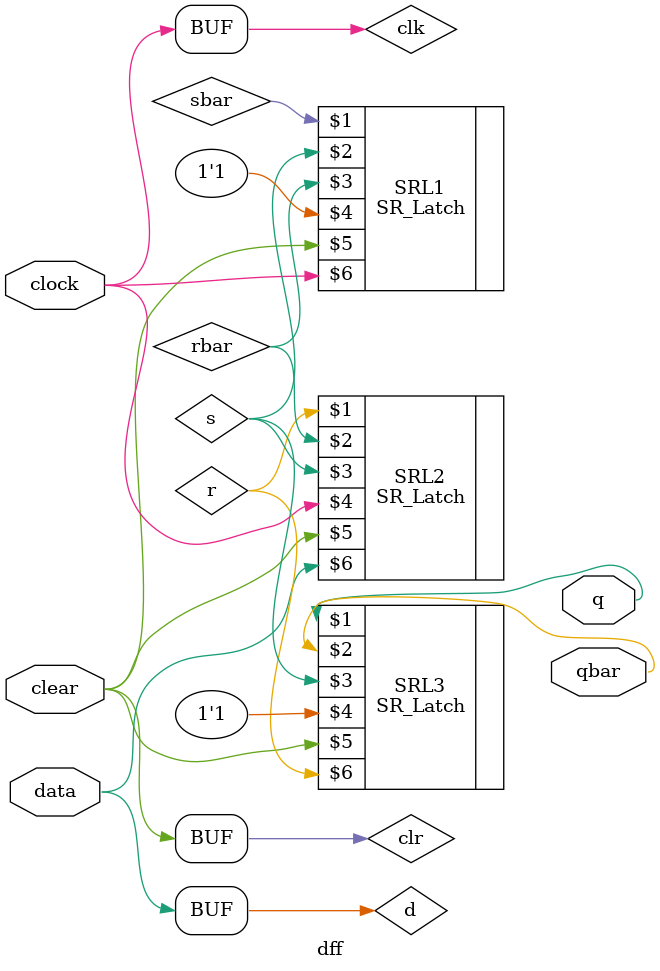
<source format=v>
/***************************************************************************
***                                                                      ***
*** EE 526 L Experiment #4                  Steven Hernandez, Fall, 2023 ***
***                                                                      ***
*** Experiment #4 Edge Triggered Flip Flop                               ***
***                                                                      ***
****************************************************************************
*** Filename: dff.v          Created by Steven Hernandez, 9/26/23        ***
***                                                                      ***
****************************************************************************
*** This module is for a dff:                                            ***
*** Here I am making a dff using my sr latch file with specific delays   ***  
****************************************************************************/

`timescale 1 ns/ 100 ps
`define PRIMARY_OUT	2	//ns (primary outputs)
`define TIME_DELAY_1	3	//ns (one input gates)
`define TIME_DELAY_2	4	//ns (two input gates)
`define TIME_DELAY_3	5	//ns (three input gates)
`define FAN_OUT_1	0.5	//ns (one output fanout)
`define FAN_OUT_2	0.8	//ns (two output fanout)
`define FAN_OUT_3	1	//ns (one output fanout)

module dff(q, qbar, clock, data, clear);
	output q, qbar;			//input for circuit
	input clock, data, clear;		//output for circuit

	wire cbar, clkbar, dbar, clr, clk, d, sbar, s, r, rbar, q, qbar;

    not #(`TIME_DELAY_1 + `FAN_OUT_1) n1(cbar,clear);  //1 in, 1 out
    not #(`TIME_DELAY_1 + `FAN_OUT_3) n2(clr, cbar);  //1 in, 3 out
    not #(`TIME_DELAY_1 + `FAN_OUT_1) n3(clkbar,clock); //1 in, 1 out
    not #(`TIME_DELAY_1 + `FAN_OUT_2) n4(clk, clkbar); //1 in, 2 out
    not #(`TIME_DELAY_1 + `FAN_OUT_1) n5(dbar, data); //1 in, 1 out
    not #(`TIME_DELAY_1 + `FAN_OUT_1) n6(d, dbar); //1 in, 1 out
	
	SR_Latch SRL1(sbar, s, rbar, 1'b1, clr, clk); 
	SR_Latch SRL2(r, rbar, s, clk, clr, d);
	SR_Latch SRL3(q, qbar, s, 1'b1, clr, r);

endmodule

</source>
